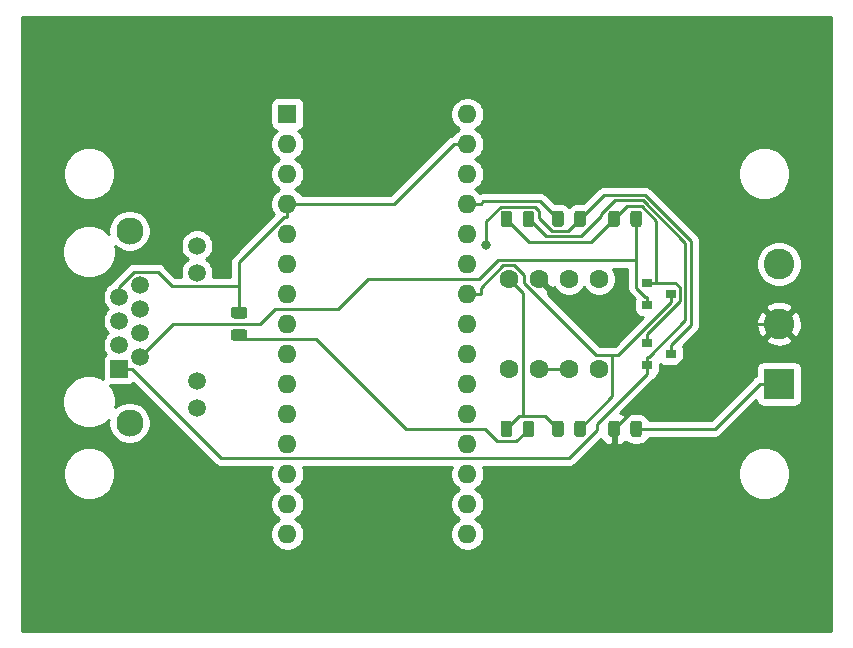
<source format=gbr>
%TF.GenerationSoftware,KiCad,Pcbnew,(5.1.6)-1*%
%TF.CreationDate,2020-09-23T17:10:44+08:00*%
%TF.ProjectId,Power Meter,506f7765-7220-44d6-9574-65722e6b6963,rev?*%
%TF.SameCoordinates,Original*%
%TF.FileFunction,Copper,L1,Top*%
%TF.FilePolarity,Positive*%
%FSLAX46Y46*%
G04 Gerber Fmt 4.6, Leading zero omitted, Abs format (unit mm)*
G04 Created by KiCad (PCBNEW (5.1.6)-1) date 2020-09-23 17:10:44*
%MOMM*%
%LPD*%
G01*
G04 APERTURE LIST*
%TA.AperFunction,ComponentPad*%
%ADD10O,1.600000X1.600000*%
%TD*%
%TA.AperFunction,ComponentPad*%
%ADD11R,1.600000X1.600000*%
%TD*%
%TA.AperFunction,ComponentPad*%
%ADD12R,1.500000X1.500000*%
%TD*%
%TA.AperFunction,ComponentPad*%
%ADD13C,1.500000*%
%TD*%
%TA.AperFunction,ComponentPad*%
%ADD14C,2.300000*%
%TD*%
%TA.AperFunction,ComponentPad*%
%ADD15R,2.600000X2.600000*%
%TD*%
%TA.AperFunction,ComponentPad*%
%ADD16C,2.600000*%
%TD*%
%TA.AperFunction,SMDPad,CuDef*%
%ADD17R,0.900000X0.800000*%
%TD*%
%TA.AperFunction,ComponentPad*%
%ADD18C,1.600200*%
%TD*%
%TA.AperFunction,ViaPad*%
%ADD19C,0.800000*%
%TD*%
%TA.AperFunction,Conductor*%
%ADD20C,0.250000*%
%TD*%
%TA.AperFunction,Conductor*%
%ADD21C,0.254000*%
%TD*%
G04 APERTURE END LIST*
D10*
%TO.P,A1,16*%
%TO.N,Net-(A1-Pad16)*%
X162845000Y-110490000D03*
%TO.P,A1,15*%
%TO.N,Net-(A1-Pad15)*%
X147605000Y-110490000D03*
%TO.P,A1,30*%
%TO.N,Net-(A1-Pad30)*%
X162845000Y-74930000D03*
%TO.P,A1,14*%
%TO.N,Net-(A1-Pad14)*%
X147605000Y-107950000D03*
%TO.P,A1,29*%
%TO.N,GND*%
X162845000Y-77470000D03*
%TO.P,A1,13*%
%TO.N,Net-(A1-Pad13)*%
X147605000Y-105410000D03*
%TO.P,A1,28*%
%TO.N,Net-(A1-Pad28)*%
X162845000Y-80010000D03*
%TO.P,A1,12*%
%TO.N,D9_TX*%
X147605000Y-102870000D03*
%TO.P,A1,27*%
%TO.N,+5V*%
X162845000Y-82550000D03*
%TO.P,A1,11*%
%TO.N,D8_RX*%
X147605000Y-100330000D03*
%TO.P,A1,26*%
%TO.N,Net-(A1-Pad26)*%
X162845000Y-85090000D03*
%TO.P,A1,10*%
%TO.N,Net-(A1-Pad10)*%
X147605000Y-97790000D03*
%TO.P,A1,25*%
%TO.N,Net-(A1-Pad25)*%
X162845000Y-87630000D03*
%TO.P,A1,9*%
%TO.N,Net-(A1-Pad9)*%
X147605000Y-95250000D03*
%TO.P,A1,24*%
%TO.N,SCL-HV*%
X162845000Y-90170000D03*
%TO.P,A1,8*%
%TO.N,DE*%
X147605000Y-92710000D03*
%TO.P,A1,23*%
%TO.N,SDA-HV*%
X162845000Y-92710000D03*
%TO.P,A1,7*%
%TO.N,DI*%
X147605000Y-90170000D03*
%TO.P,A1,22*%
%TO.N,Net-(A1-Pad22)*%
X162845000Y-95250000D03*
%TO.P,A1,6*%
%TO.N,RO*%
X147605000Y-87630000D03*
%TO.P,A1,21*%
%TO.N,Net-(A1-Pad21)*%
X162845000Y-97790000D03*
%TO.P,A1,5*%
%TO.N,Net-(A1-Pad5)*%
X147605000Y-85090000D03*
%TO.P,A1,20*%
%TO.N,Net-(A1-Pad20)*%
X162845000Y-100330000D03*
%TO.P,A1,4*%
%TO.N,GND*%
X147605000Y-82550000D03*
%TO.P,A1,19*%
%TO.N,Net-(A1-Pad19)*%
X162845000Y-102870000D03*
%TO.P,A1,3*%
%TO.N,Net-(A1-Pad3)*%
X147605000Y-80010000D03*
%TO.P,A1,18*%
%TO.N,Net-(A1-Pad18)*%
X162845000Y-105410000D03*
%TO.P,A1,2*%
%TO.N,Net-(A1-Pad2)*%
X147605000Y-77470000D03*
%TO.P,A1,17*%
%TO.N,Net-(A1-Pad17)*%
X162845000Y-107950000D03*
D11*
%TO.P,A1,1*%
%TO.N,Net-(A1-Pad1)*%
X147605000Y-74930000D03*
%TD*%
%TO.P,D1,1*%
%TO.N,GND*%
%TA.AperFunction,SMDPad,CuDef*%
G36*
G01*
X143053750Y-91285000D02*
X143966250Y-91285000D01*
G75*
G02*
X144210000Y-91528750I0J-243750D01*
G01*
X144210000Y-92016250D01*
G75*
G02*
X143966250Y-92260000I-243750J0D01*
G01*
X143053750Y-92260000D01*
G75*
G02*
X142810000Y-92016250I0J243750D01*
G01*
X142810000Y-91528750D01*
G75*
G02*
X143053750Y-91285000I243750J0D01*
G01*
G37*
%TD.AperFunction*%
%TO.P,D1,2*%
%TO.N,Net-(D1-Pad2)*%
%TA.AperFunction,SMDPad,CuDef*%
G36*
G01*
X143053750Y-93160000D02*
X143966250Y-93160000D01*
G75*
G02*
X144210000Y-93403750I0J-243750D01*
G01*
X144210000Y-93891250D01*
G75*
G02*
X143966250Y-94135000I-243750J0D01*
G01*
X143053750Y-94135000D01*
G75*
G02*
X142810000Y-93891250I0J243750D01*
G01*
X142810000Y-93403750D01*
G75*
G02*
X143053750Y-93160000I243750J0D01*
G01*
G37*
%TD.AperFunction*%
%TD*%
D12*
%TO.P,J1,1*%
%TO.N,SDA-LV*%
X133350000Y-96520000D03*
D13*
%TO.P,J1,3*%
%TO.N,D8_RX*%
X133350000Y-94488000D03*
%TO.P,J1,5*%
%TO.N,GND*%
X133350000Y-92456000D03*
%TO.P,J1,7*%
X133350000Y-90424000D03*
%TO.P,J1,2*%
%TO.N,SCL-LV*%
X135130000Y-95504000D03*
%TO.P,J1,4*%
%TO.N,+5V*%
X135130000Y-93472000D03*
%TO.P,J1,6*%
%TO.N,D9_TX*%
X135130000Y-91440000D03*
%TO.P,J1,8*%
%TO.N,+3.3VADC*%
X135130000Y-89408000D03*
D14*
%TO.P,J1,SH*%
%TO.N,N/C*%
X134240000Y-84830000D03*
X134240000Y-101090000D03*
D13*
%TO.P,J1,9*%
%TO.N,Net-(J1-Pad9)*%
X139950000Y-99820000D03*
%TO.P,J1,10*%
%TO.N,Net-(J1-Pad10)*%
X139950000Y-97530000D03*
%TO.P,J1,11*%
%TO.N,Net-(J1-Pad11)*%
X139950000Y-88390000D03*
%TO.P,J1,12*%
%TO.N,Net-(J1-Pad12)*%
X139950000Y-86100000D03*
%TD*%
D15*
%TO.P,J2,1*%
%TO.N,Net-(J2-Pad1)*%
X189230000Y-97790000D03*
D16*
%TO.P,J2,2*%
%TO.N,Net-(J2-Pad2)*%
X189230000Y-92710000D03*
%TO.P,J2,3*%
%TO.N,GND*%
X189230000Y-87630000D03*
%TD*%
D17*
%TO.P,Q1,1*%
%TO.N,+3V3*%
X178070000Y-94300000D03*
%TO.P,Q1,2*%
%TO.N,SDA-LV*%
X178070000Y-96200000D03*
%TO.P,Q1,3*%
%TO.N,SDA-HV*%
X180070000Y-95250000D03*
%TD*%
%TO.P,Q2,3*%
%TO.N,SCL-HV*%
X180070000Y-90170000D03*
%TO.P,Q2,2*%
%TO.N,SCL-LV*%
X178070000Y-91120000D03*
%TO.P,Q2,1*%
%TO.N,+3V3*%
X178070000Y-89220000D03*
%TD*%
%TO.P,R1,1*%
%TO.N,+3V3*%
%TA.AperFunction,SMDPad,CuDef*%
G36*
G01*
X165660000Y-84276250D02*
X165660000Y-83363750D01*
G75*
G02*
X165903750Y-83120000I243750J0D01*
G01*
X166391250Y-83120000D01*
G75*
G02*
X166635000Y-83363750I0J-243750D01*
G01*
X166635000Y-84276250D01*
G75*
G02*
X166391250Y-84520000I-243750J0D01*
G01*
X165903750Y-84520000D01*
G75*
G02*
X165660000Y-84276250I0J243750D01*
G01*
G37*
%TD.AperFunction*%
%TO.P,R1,2*%
%TO.N,SDA-LV*%
%TA.AperFunction,SMDPad,CuDef*%
G36*
G01*
X167535000Y-84276250D02*
X167535000Y-83363750D01*
G75*
G02*
X167778750Y-83120000I243750J0D01*
G01*
X168266250Y-83120000D01*
G75*
G02*
X168510000Y-83363750I0J-243750D01*
G01*
X168510000Y-84276250D01*
G75*
G02*
X168266250Y-84520000I-243750J0D01*
G01*
X167778750Y-84520000D01*
G75*
G02*
X167535000Y-84276250I0J243750D01*
G01*
G37*
%TD.AperFunction*%
%TD*%
%TO.P,R2,2*%
%TO.N,SDA-HV*%
%TA.AperFunction,SMDPad,CuDef*%
G36*
G01*
X171900000Y-84276250D02*
X171900000Y-83363750D01*
G75*
G02*
X172143750Y-83120000I243750J0D01*
G01*
X172631250Y-83120000D01*
G75*
G02*
X172875000Y-83363750I0J-243750D01*
G01*
X172875000Y-84276250D01*
G75*
G02*
X172631250Y-84520000I-243750J0D01*
G01*
X172143750Y-84520000D01*
G75*
G02*
X171900000Y-84276250I0J243750D01*
G01*
G37*
%TD.AperFunction*%
%TO.P,R2,1*%
%TO.N,+5V*%
%TA.AperFunction,SMDPad,CuDef*%
G36*
G01*
X170025000Y-84276250D02*
X170025000Y-83363750D01*
G75*
G02*
X170268750Y-83120000I243750J0D01*
G01*
X170756250Y-83120000D01*
G75*
G02*
X171000000Y-83363750I0J-243750D01*
G01*
X171000000Y-84276250D01*
G75*
G02*
X170756250Y-84520000I-243750J0D01*
G01*
X170268750Y-84520000D01*
G75*
G02*
X170025000Y-84276250I0J243750D01*
G01*
G37*
%TD.AperFunction*%
%TD*%
%TO.P,R3,1*%
%TO.N,+3V3*%
%TA.AperFunction,SMDPad,CuDef*%
G36*
G01*
X174773000Y-84276250D02*
X174773000Y-83363750D01*
G75*
G02*
X175016750Y-83120000I243750J0D01*
G01*
X175504250Y-83120000D01*
G75*
G02*
X175748000Y-83363750I0J-243750D01*
G01*
X175748000Y-84276250D01*
G75*
G02*
X175504250Y-84520000I-243750J0D01*
G01*
X175016750Y-84520000D01*
G75*
G02*
X174773000Y-84276250I0J243750D01*
G01*
G37*
%TD.AperFunction*%
%TO.P,R3,2*%
%TO.N,SCL-LV*%
%TA.AperFunction,SMDPad,CuDef*%
G36*
G01*
X176648000Y-84276250D02*
X176648000Y-83363750D01*
G75*
G02*
X176891750Y-83120000I243750J0D01*
G01*
X177379250Y-83120000D01*
G75*
G02*
X177623000Y-83363750I0J-243750D01*
G01*
X177623000Y-84276250D01*
G75*
G02*
X177379250Y-84520000I-243750J0D01*
G01*
X176891750Y-84520000D01*
G75*
G02*
X176648000Y-84276250I0J243750D01*
G01*
G37*
%TD.AperFunction*%
%TD*%
%TO.P,R4,2*%
%TO.N,Net-(D1-Pad2)*%
%TA.AperFunction,SMDPad,CuDef*%
G36*
G01*
X167535000Y-102056250D02*
X167535000Y-101143750D01*
G75*
G02*
X167778750Y-100900000I243750J0D01*
G01*
X168266250Y-100900000D01*
G75*
G02*
X168510000Y-101143750I0J-243750D01*
G01*
X168510000Y-102056250D01*
G75*
G02*
X168266250Y-102300000I-243750J0D01*
G01*
X167778750Y-102300000D01*
G75*
G02*
X167535000Y-102056250I0J243750D01*
G01*
G37*
%TD.AperFunction*%
%TO.P,R4,1*%
%TO.N,+5V*%
%TA.AperFunction,SMDPad,CuDef*%
G36*
G01*
X165660000Y-102056250D02*
X165660000Y-101143750D01*
G75*
G02*
X165903750Y-100900000I243750J0D01*
G01*
X166391250Y-100900000D01*
G75*
G02*
X166635000Y-101143750I0J-243750D01*
G01*
X166635000Y-102056250D01*
G75*
G02*
X166391250Y-102300000I-243750J0D01*
G01*
X165903750Y-102300000D01*
G75*
G02*
X165660000Y-102056250I0J243750D01*
G01*
G37*
%TD.AperFunction*%
%TD*%
%TO.P,R5,2*%
%TO.N,SCL-HV*%
%TA.AperFunction,SMDPad,CuDef*%
G36*
G01*
X171900000Y-102056250D02*
X171900000Y-101143750D01*
G75*
G02*
X172143750Y-100900000I243750J0D01*
G01*
X172631250Y-100900000D01*
G75*
G02*
X172875000Y-101143750I0J-243750D01*
G01*
X172875000Y-102056250D01*
G75*
G02*
X172631250Y-102300000I-243750J0D01*
G01*
X172143750Y-102300000D01*
G75*
G02*
X171900000Y-102056250I0J243750D01*
G01*
G37*
%TD.AperFunction*%
%TO.P,R5,1*%
%TO.N,+5V*%
%TA.AperFunction,SMDPad,CuDef*%
G36*
G01*
X170025000Y-102056250D02*
X170025000Y-101143750D01*
G75*
G02*
X170268750Y-100900000I243750J0D01*
G01*
X170756250Y-100900000D01*
G75*
G02*
X171000000Y-101143750I0J-243750D01*
G01*
X171000000Y-102056250D01*
G75*
G02*
X170756250Y-102300000I-243750J0D01*
G01*
X170268750Y-102300000D01*
G75*
G02*
X170025000Y-102056250I0J243750D01*
G01*
G37*
%TD.AperFunction*%
%TD*%
%TO.P,R6,1*%
%TO.N,Net-(J2-Pad2)*%
%TA.AperFunction,SMDPad,CuDef*%
G36*
G01*
X174773000Y-102056250D02*
X174773000Y-101143750D01*
G75*
G02*
X175016750Y-100900000I243750J0D01*
G01*
X175504250Y-100900000D01*
G75*
G02*
X175748000Y-101143750I0J-243750D01*
G01*
X175748000Y-102056250D01*
G75*
G02*
X175504250Y-102300000I-243750J0D01*
G01*
X175016750Y-102300000D01*
G75*
G02*
X174773000Y-102056250I0J243750D01*
G01*
G37*
%TD.AperFunction*%
%TO.P,R6,2*%
%TO.N,Net-(J2-Pad1)*%
%TA.AperFunction,SMDPad,CuDef*%
G36*
G01*
X176648000Y-102056250D02*
X176648000Y-101143750D01*
G75*
G02*
X176891750Y-100900000I243750J0D01*
G01*
X177379250Y-100900000D01*
G75*
G02*
X177623000Y-101143750I0J-243750D01*
G01*
X177623000Y-102056250D01*
G75*
G02*
X177379250Y-102300000I-243750J0D01*
G01*
X176891750Y-102300000D01*
G75*
G02*
X176648000Y-102056250I0J243750D01*
G01*
G37*
%TD.AperFunction*%
%TD*%
D18*
%TO.P,U1,1*%
%TO.N,D3*%
X166370000Y-96520000D03*
%TO.P,U1,2*%
%TO.N,D8*%
X168910000Y-96520000D03*
%TO.P,U1,3*%
X171450000Y-96520000D03*
%TO.P,U1,4*%
%TO.N,D4*%
X173990000Y-96520000D03*
%TO.P,U1,5*%
%TO.N,GND*%
X173990000Y-88900000D03*
%TO.P,U1,6*%
%TO.N,Net-(J2-Pad1)*%
X171450000Y-88900000D03*
%TO.P,U1,7*%
%TO.N,Net-(J2-Pad2)*%
X168910000Y-88900000D03*
%TO.P,U1,8*%
%TO.N,+5V*%
X166370000Y-88900000D03*
%TD*%
D19*
%TO.N,SDA-HV*%
X164400100Y-85993500D03*
%TD*%
D20*
%TO.N,GND*%
X143510000Y-89474600D02*
X143510000Y-91772500D01*
X147605000Y-83675300D02*
X147323700Y-83675300D01*
X147323700Y-83675300D02*
X143510000Y-87489000D01*
X143510000Y-87489000D02*
X143510000Y-89474600D01*
X133350000Y-90424000D02*
X133350000Y-89576000D01*
X133350000Y-89576000D02*
X134626700Y-88299300D01*
X134626700Y-88299300D02*
X136622900Y-88299300D01*
X136622900Y-88299300D02*
X137798200Y-89474600D01*
X137798200Y-89474600D02*
X143510000Y-89474600D01*
X147605000Y-82550000D02*
X147605000Y-83675300D01*
X161719700Y-77470000D02*
X156639700Y-82550000D01*
X156639700Y-82550000D02*
X147605000Y-82550000D01*
X162845000Y-77470000D02*
X161719700Y-77470000D01*
%TO.N,SDA-HV*%
X172387500Y-83820000D02*
X171347300Y-84860200D01*
X171347300Y-84860200D02*
X170036400Y-84860200D01*
X170036400Y-84860200D02*
X168924000Y-83747800D01*
X168924000Y-83747800D02*
X168924000Y-83148800D01*
X168924000Y-83148800D02*
X168550300Y-82775100D01*
X168550300Y-82775100D02*
X165652500Y-82775100D01*
X165652500Y-82775100D02*
X164400100Y-84027500D01*
X164400100Y-84027500D02*
X164400100Y-85993500D01*
X180070000Y-94524700D02*
X181760400Y-92834300D01*
X181760400Y-92834300D02*
X181760400Y-85660100D01*
X181760400Y-85660100D02*
X177911100Y-81810800D01*
X177911100Y-81810800D02*
X174396700Y-81810800D01*
X174396700Y-81810800D02*
X172387500Y-83820000D01*
X180070000Y-95250000D02*
X180070000Y-94524700D01*
%TO.N,SCL-HV*%
X180070000Y-90170000D02*
X180070000Y-90895300D01*
X175129500Y-95334000D02*
X173746300Y-95334000D01*
X173746300Y-95334000D02*
X167640000Y-89227700D01*
X167640000Y-89227700D02*
X167640000Y-88557200D01*
X167640000Y-88557200D02*
X166831300Y-87748500D01*
X166831300Y-87748500D02*
X165889600Y-87748500D01*
X165889600Y-87748500D02*
X163970300Y-89667800D01*
X163970300Y-89667800D02*
X163970300Y-90170000D01*
X180070000Y-90895300D02*
X175631300Y-95334000D01*
X175631300Y-95334000D02*
X175129500Y-95334000D01*
X172387500Y-101600000D02*
X175129500Y-98858000D01*
X175129500Y-98858000D02*
X175129500Y-95334000D01*
X162845000Y-90170000D02*
X163970300Y-90170000D01*
%TO.N,+5V*%
X170512500Y-83820000D02*
X169017300Y-82324800D01*
X169017300Y-82324800D02*
X164195500Y-82324800D01*
X164195500Y-82324800D02*
X163970300Y-82550000D01*
X162845000Y-82550000D02*
X163970300Y-82550000D01*
X167531400Y-100542000D02*
X167205500Y-100542000D01*
X167205500Y-100542000D02*
X166147500Y-101600000D01*
X170512500Y-101600000D02*
X169454500Y-100542000D01*
X169454500Y-100542000D02*
X167531400Y-100542000D01*
X166370000Y-88900000D02*
X167531400Y-90061400D01*
X167531400Y-90061400D02*
X167531400Y-100542000D01*
%TO.N,Net-(D1-Pad2)*%
X168022500Y-101600000D02*
X166993200Y-102629300D01*
X166993200Y-102629300D02*
X165382700Y-102629300D01*
X165382700Y-102629300D02*
X164353400Y-101600000D01*
X164353400Y-101600000D02*
X157684800Y-101600000D01*
X157684800Y-101600000D02*
X150064800Y-93980000D01*
X150064800Y-93980000D02*
X143842500Y-93980000D01*
X143842500Y-93980000D02*
X143510000Y-93647500D01*
%TO.N,SDA-LV*%
X168022500Y-83820000D02*
X169513000Y-85310500D01*
X169513000Y-85310500D02*
X172458600Y-85310500D01*
X172458600Y-85310500D02*
X174191000Y-83578100D01*
X174191000Y-83578100D02*
X174191000Y-83381900D01*
X174191000Y-83381900D02*
X175311700Y-82261200D01*
X175311700Y-82261200D02*
X177724600Y-82261200D01*
X177724600Y-82261200D02*
X181310000Y-85846600D01*
X181310000Y-85846600D02*
X181310000Y-92416000D01*
X181310000Y-92416000D02*
X178251300Y-95474700D01*
X178251300Y-95474700D02*
X178070000Y-95474700D01*
X178070000Y-96200000D02*
X178070000Y-95474700D01*
X133350000Y-96520000D02*
X134425300Y-96520000D01*
X178070000Y-96200000D02*
X178070000Y-96925300D01*
X178070000Y-96925300D02*
X173824000Y-101171300D01*
X173824000Y-101171300D02*
X173824000Y-101687900D01*
X173824000Y-101687900D02*
X171473200Y-104038700D01*
X171473200Y-104038700D02*
X141944000Y-104038700D01*
X141944000Y-104038700D02*
X134425300Y-96520000D01*
%TO.N,SCL-LV*%
X177135500Y-87298100D02*
X165461100Y-87298100D01*
X165461100Y-87298100D02*
X163859200Y-88900000D01*
X163859200Y-88900000D02*
X154399200Y-88900000D01*
X154399200Y-88900000D02*
X151859200Y-91440000D01*
X151859200Y-91440000D02*
X146552700Y-91440000D01*
X146552700Y-91440000D02*
X145282700Y-92710000D01*
X145282700Y-92710000D02*
X137924000Y-92710000D01*
X137924000Y-92710000D02*
X135130000Y-95504000D01*
X177135500Y-87298100D02*
X177135500Y-83820000D01*
X178070000Y-90394700D02*
X177888700Y-90394700D01*
X177888700Y-90394700D02*
X177135500Y-89641500D01*
X177135500Y-89641500D02*
X177135500Y-87298100D01*
X178070000Y-91120000D02*
X178070000Y-90394700D01*
%TO.N,Net-(J2-Pad1)*%
X189230000Y-97790000D02*
X187604700Y-97790000D01*
X177135500Y-101600000D02*
X183794700Y-101600000D01*
X183794700Y-101600000D02*
X187604700Y-97790000D01*
%TO.N,Net-(J2-Pad2)*%
X189230000Y-92710000D02*
X184150500Y-92710000D01*
X184150500Y-92710000D02*
X175260500Y-101600000D01*
%TO.N,+3V3*%
X166147500Y-83820000D02*
X168088300Y-85760800D01*
X168088300Y-85760800D02*
X173319700Y-85760800D01*
X173319700Y-85760800D02*
X175260500Y-83820000D01*
X178845300Y-89220000D02*
X178845300Y-84018800D01*
X178845300Y-84018800D02*
X177589100Y-82762600D01*
X177589100Y-82762600D02*
X176317900Y-82762600D01*
X176317900Y-82762600D02*
X175260500Y-83820000D01*
X178845300Y-89220000D02*
X180450600Y-89220000D01*
X180450600Y-89220000D02*
X180845400Y-89614800D01*
X180845400Y-89614800D02*
X180845400Y-90799300D01*
X180845400Y-90799300D02*
X178070000Y-93574700D01*
X178070000Y-89220000D02*
X178845300Y-89220000D01*
X178070000Y-94300000D02*
X178070000Y-93574700D01*
%TO.N,D8*%
X171450000Y-96520000D02*
X168910000Y-96520000D01*
%TD*%
D21*
%TO.N,Net-(J2-Pad2)*%
G36*
X193650000Y-68612418D02*
G01*
X193650001Y-68612428D01*
X193650000Y-118720000D01*
X125120000Y-118720000D01*
X125120000Y-105189872D01*
X128575000Y-105189872D01*
X128575000Y-105630128D01*
X128660890Y-106061925D01*
X128829369Y-106468669D01*
X129073962Y-106834729D01*
X129385271Y-107146038D01*
X129751331Y-107390631D01*
X130158075Y-107559110D01*
X130589872Y-107645000D01*
X131030128Y-107645000D01*
X131461925Y-107559110D01*
X131868669Y-107390631D01*
X132234729Y-107146038D01*
X132546038Y-106834729D01*
X132790631Y-106468669D01*
X132959110Y-106061925D01*
X133045000Y-105630128D01*
X133045000Y-105189872D01*
X132959110Y-104758075D01*
X132790631Y-104351331D01*
X132546038Y-103985271D01*
X132234729Y-103673962D01*
X131868669Y-103429369D01*
X131461925Y-103260890D01*
X131030128Y-103175000D01*
X130589872Y-103175000D01*
X130158075Y-103260890D01*
X129751331Y-103429369D01*
X129385271Y-103673962D01*
X129073962Y-103985271D01*
X128829369Y-104351331D01*
X128660890Y-104758075D01*
X128575000Y-105189872D01*
X125120000Y-105189872D01*
X125120000Y-99087409D01*
X128550000Y-99087409D01*
X128550000Y-99532591D01*
X128636851Y-99969218D01*
X128807214Y-100380511D01*
X129054544Y-100750666D01*
X129369334Y-101065456D01*
X129739489Y-101312786D01*
X130150782Y-101483149D01*
X130587409Y-101570000D01*
X131032591Y-101570000D01*
X131469218Y-101483149D01*
X131880511Y-101312786D01*
X132250666Y-101065456D01*
X132468178Y-100847944D01*
X132455000Y-100914193D01*
X132455000Y-101265807D01*
X132523596Y-101610665D01*
X132658153Y-101935515D01*
X132853500Y-102227871D01*
X133102129Y-102476500D01*
X133394485Y-102671847D01*
X133719335Y-102806404D01*
X134064193Y-102875000D01*
X134415807Y-102875000D01*
X134760665Y-102806404D01*
X135085515Y-102671847D01*
X135377871Y-102476500D01*
X135626500Y-102227871D01*
X135821847Y-101935515D01*
X135956404Y-101610665D01*
X136025000Y-101265807D01*
X136025000Y-100914193D01*
X135956404Y-100569335D01*
X135821847Y-100244485D01*
X135626500Y-99952129D01*
X135377871Y-99703500D01*
X135085515Y-99508153D01*
X134760665Y-99373596D01*
X134415807Y-99305000D01*
X134064193Y-99305000D01*
X133719335Y-99373596D01*
X133394485Y-99508153D01*
X133102129Y-99703500D01*
X133019585Y-99786044D01*
X133070000Y-99532591D01*
X133070000Y-99087409D01*
X132983149Y-98650782D01*
X132812786Y-98239489D01*
X132590730Y-97907159D01*
X132600000Y-97908072D01*
X134100000Y-97908072D01*
X134224482Y-97895812D01*
X134344180Y-97859502D01*
X134454494Y-97800537D01*
X134551185Y-97721185D01*
X134551410Y-97720911D01*
X141380201Y-104549703D01*
X141403999Y-104578701D01*
X141432997Y-104602499D01*
X141519724Y-104673674D01*
X141651753Y-104744246D01*
X141795014Y-104787703D01*
X141944000Y-104802377D01*
X141981333Y-104798700D01*
X146304977Y-104798700D01*
X146225147Y-104991426D01*
X146170000Y-105268665D01*
X146170000Y-105551335D01*
X146225147Y-105828574D01*
X146333320Y-106089727D01*
X146490363Y-106324759D01*
X146690241Y-106524637D01*
X146922759Y-106680000D01*
X146690241Y-106835363D01*
X146490363Y-107035241D01*
X146333320Y-107270273D01*
X146225147Y-107531426D01*
X146170000Y-107808665D01*
X146170000Y-108091335D01*
X146225147Y-108368574D01*
X146333320Y-108629727D01*
X146490363Y-108864759D01*
X146690241Y-109064637D01*
X146922759Y-109220000D01*
X146690241Y-109375363D01*
X146490363Y-109575241D01*
X146333320Y-109810273D01*
X146225147Y-110071426D01*
X146170000Y-110348665D01*
X146170000Y-110631335D01*
X146225147Y-110908574D01*
X146333320Y-111169727D01*
X146490363Y-111404759D01*
X146690241Y-111604637D01*
X146925273Y-111761680D01*
X147186426Y-111869853D01*
X147463665Y-111925000D01*
X147746335Y-111925000D01*
X148023574Y-111869853D01*
X148284727Y-111761680D01*
X148519759Y-111604637D01*
X148719637Y-111404759D01*
X148876680Y-111169727D01*
X148984853Y-110908574D01*
X149040000Y-110631335D01*
X149040000Y-110348665D01*
X148984853Y-110071426D01*
X148876680Y-109810273D01*
X148719637Y-109575241D01*
X148519759Y-109375363D01*
X148287241Y-109220000D01*
X148519759Y-109064637D01*
X148719637Y-108864759D01*
X148876680Y-108629727D01*
X148984853Y-108368574D01*
X149040000Y-108091335D01*
X149040000Y-107808665D01*
X148984853Y-107531426D01*
X148876680Y-107270273D01*
X148719637Y-107035241D01*
X148519759Y-106835363D01*
X148287241Y-106680000D01*
X148519759Y-106524637D01*
X148719637Y-106324759D01*
X148876680Y-106089727D01*
X148984853Y-105828574D01*
X149040000Y-105551335D01*
X149040000Y-105268665D01*
X148984853Y-104991426D01*
X148905023Y-104798700D01*
X161544977Y-104798700D01*
X161465147Y-104991426D01*
X161410000Y-105268665D01*
X161410000Y-105551335D01*
X161465147Y-105828574D01*
X161573320Y-106089727D01*
X161730363Y-106324759D01*
X161930241Y-106524637D01*
X162162759Y-106680000D01*
X161930241Y-106835363D01*
X161730363Y-107035241D01*
X161573320Y-107270273D01*
X161465147Y-107531426D01*
X161410000Y-107808665D01*
X161410000Y-108091335D01*
X161465147Y-108368574D01*
X161573320Y-108629727D01*
X161730363Y-108864759D01*
X161930241Y-109064637D01*
X162162759Y-109220000D01*
X161930241Y-109375363D01*
X161730363Y-109575241D01*
X161573320Y-109810273D01*
X161465147Y-110071426D01*
X161410000Y-110348665D01*
X161410000Y-110631335D01*
X161465147Y-110908574D01*
X161573320Y-111169727D01*
X161730363Y-111404759D01*
X161930241Y-111604637D01*
X162165273Y-111761680D01*
X162426426Y-111869853D01*
X162703665Y-111925000D01*
X162986335Y-111925000D01*
X163263574Y-111869853D01*
X163524727Y-111761680D01*
X163759759Y-111604637D01*
X163959637Y-111404759D01*
X164116680Y-111169727D01*
X164224853Y-110908574D01*
X164280000Y-110631335D01*
X164280000Y-110348665D01*
X164224853Y-110071426D01*
X164116680Y-109810273D01*
X163959637Y-109575241D01*
X163759759Y-109375363D01*
X163527241Y-109220000D01*
X163759759Y-109064637D01*
X163959637Y-108864759D01*
X164116680Y-108629727D01*
X164224853Y-108368574D01*
X164280000Y-108091335D01*
X164280000Y-107808665D01*
X164224853Y-107531426D01*
X164116680Y-107270273D01*
X163959637Y-107035241D01*
X163759759Y-106835363D01*
X163527241Y-106680000D01*
X163759759Y-106524637D01*
X163959637Y-106324759D01*
X164116680Y-106089727D01*
X164224853Y-105828574D01*
X164280000Y-105551335D01*
X164280000Y-105268665D01*
X164264327Y-105189872D01*
X185725000Y-105189872D01*
X185725000Y-105630128D01*
X185810890Y-106061925D01*
X185979369Y-106468669D01*
X186223962Y-106834729D01*
X186535271Y-107146038D01*
X186901331Y-107390631D01*
X187308075Y-107559110D01*
X187739872Y-107645000D01*
X188180128Y-107645000D01*
X188611925Y-107559110D01*
X189018669Y-107390631D01*
X189384729Y-107146038D01*
X189696038Y-106834729D01*
X189940631Y-106468669D01*
X190109110Y-106061925D01*
X190195000Y-105630128D01*
X190195000Y-105189872D01*
X190109110Y-104758075D01*
X189940631Y-104351331D01*
X189696038Y-103985271D01*
X189384729Y-103673962D01*
X189018669Y-103429369D01*
X188611925Y-103260890D01*
X188180128Y-103175000D01*
X187739872Y-103175000D01*
X187308075Y-103260890D01*
X186901331Y-103429369D01*
X186535271Y-103673962D01*
X186223962Y-103985271D01*
X185979369Y-104351331D01*
X185810890Y-104758075D01*
X185725000Y-105189872D01*
X164264327Y-105189872D01*
X164224853Y-104991426D01*
X164145023Y-104798700D01*
X171435878Y-104798700D01*
X171473200Y-104802376D01*
X171510522Y-104798700D01*
X171510533Y-104798700D01*
X171622186Y-104787703D01*
X171765447Y-104744246D01*
X171897476Y-104673674D01*
X172013201Y-104578701D01*
X172037004Y-104549697D01*
X174150687Y-102436015D01*
X174183498Y-102544180D01*
X174242463Y-102654494D01*
X174321815Y-102751185D01*
X174418506Y-102830537D01*
X174528820Y-102889502D01*
X174648518Y-102925812D01*
X174773000Y-102938072D01*
X174974750Y-102935000D01*
X175133500Y-102776250D01*
X175133500Y-101727000D01*
X175113500Y-101727000D01*
X175113500Y-101473000D01*
X175133500Y-101473000D01*
X175133500Y-101453000D01*
X175387500Y-101453000D01*
X175387500Y-101473000D01*
X175407500Y-101473000D01*
X175407500Y-101727000D01*
X175387500Y-101727000D01*
X175387500Y-102776250D01*
X175546250Y-102935000D01*
X175748000Y-102938072D01*
X175872482Y-102925812D01*
X175992180Y-102889502D01*
X176102494Y-102830537D01*
X176199185Y-102751185D01*
X176262992Y-102673436D01*
X176268208Y-102679792D01*
X176401836Y-102789458D01*
X176554291Y-102870947D01*
X176719715Y-102921128D01*
X176891750Y-102938072D01*
X177379250Y-102938072D01*
X177551285Y-102921128D01*
X177716709Y-102870947D01*
X177869164Y-102789458D01*
X178002792Y-102679792D01*
X178112458Y-102546164D01*
X178193947Y-102393709D01*
X178204173Y-102360000D01*
X183757378Y-102360000D01*
X183794700Y-102363676D01*
X183832022Y-102360000D01*
X183832033Y-102360000D01*
X183943686Y-102349003D01*
X184086947Y-102305546D01*
X184218976Y-102234974D01*
X184334701Y-102140001D01*
X184358504Y-102110997D01*
X187299780Y-99169722D01*
X187304188Y-99214482D01*
X187340498Y-99334180D01*
X187399463Y-99444494D01*
X187478815Y-99541185D01*
X187575506Y-99620537D01*
X187685820Y-99679502D01*
X187805518Y-99715812D01*
X187930000Y-99728072D01*
X190530000Y-99728072D01*
X190654482Y-99715812D01*
X190774180Y-99679502D01*
X190884494Y-99620537D01*
X190981185Y-99541185D01*
X191060537Y-99444494D01*
X191119502Y-99334180D01*
X191155812Y-99214482D01*
X191168072Y-99090000D01*
X191168072Y-96490000D01*
X191155812Y-96365518D01*
X191119502Y-96245820D01*
X191060537Y-96135506D01*
X190981185Y-96038815D01*
X190884494Y-95959463D01*
X190774180Y-95900498D01*
X190654482Y-95864188D01*
X190530000Y-95851928D01*
X187930000Y-95851928D01*
X187805518Y-95864188D01*
X187685820Y-95900498D01*
X187575506Y-95959463D01*
X187478815Y-96038815D01*
X187399463Y-96135506D01*
X187340498Y-96245820D01*
X187304188Y-96365518D01*
X187291928Y-96490000D01*
X187291928Y-97095425D01*
X187180424Y-97155026D01*
X187064699Y-97249999D01*
X187040901Y-97278997D01*
X183479899Y-100840000D01*
X178204173Y-100840000D01*
X178193947Y-100806291D01*
X178112458Y-100653836D01*
X178002792Y-100520208D01*
X177869164Y-100410542D01*
X177716709Y-100329053D01*
X177551285Y-100278872D01*
X177379250Y-100261928D01*
X176891750Y-100261928D01*
X176719715Y-100278872D01*
X176554291Y-100329053D01*
X176401836Y-100410542D01*
X176268208Y-100520208D01*
X176262992Y-100526564D01*
X176199185Y-100448815D01*
X176102494Y-100369463D01*
X175992180Y-100310498D01*
X175872482Y-100274188D01*
X175802778Y-100267323D01*
X178581003Y-97489099D01*
X178610001Y-97465301D01*
X178704974Y-97349576D01*
X178775546Y-97217547D01*
X178787899Y-97176824D01*
X178874494Y-97130537D01*
X178971185Y-97051185D01*
X179050537Y-96954494D01*
X179109502Y-96844180D01*
X179145812Y-96724482D01*
X179158072Y-96600000D01*
X179158072Y-96088095D01*
X179168815Y-96101185D01*
X179265506Y-96180537D01*
X179375820Y-96239502D01*
X179495518Y-96275812D01*
X179620000Y-96288072D01*
X180520000Y-96288072D01*
X180644482Y-96275812D01*
X180764180Y-96239502D01*
X180874494Y-96180537D01*
X180971185Y-96101185D01*
X181050537Y-96004494D01*
X181109502Y-95894180D01*
X181145812Y-95774482D01*
X181158072Y-95650000D01*
X181158072Y-94850000D01*
X181145812Y-94725518D01*
X181109502Y-94605820D01*
X181093541Y-94575960D01*
X181610277Y-94059224D01*
X188060381Y-94059224D01*
X188192317Y-94354312D01*
X188533045Y-94525159D01*
X188900557Y-94626250D01*
X189280729Y-94653701D01*
X189658951Y-94606457D01*
X190020690Y-94486333D01*
X190267683Y-94354312D01*
X190399619Y-94059224D01*
X189230000Y-92889605D01*
X188060381Y-94059224D01*
X181610277Y-94059224D01*
X182271404Y-93398098D01*
X182300401Y-93374301D01*
X182395374Y-93258576D01*
X182465946Y-93126547D01*
X182509403Y-92983286D01*
X182520400Y-92871633D01*
X182520400Y-92871632D01*
X182524077Y-92834300D01*
X182520400Y-92796967D01*
X182520400Y-92760729D01*
X187286299Y-92760729D01*
X187333543Y-93138951D01*
X187453667Y-93500690D01*
X187585688Y-93747683D01*
X187880776Y-93879619D01*
X189050395Y-92710000D01*
X189409605Y-92710000D01*
X190579224Y-93879619D01*
X190874312Y-93747683D01*
X191045159Y-93406955D01*
X191146250Y-93039443D01*
X191173701Y-92659271D01*
X191126457Y-92281049D01*
X191006333Y-91919310D01*
X190874312Y-91672317D01*
X190579224Y-91540381D01*
X189409605Y-92710000D01*
X189050395Y-92710000D01*
X187880776Y-91540381D01*
X187585688Y-91672317D01*
X187414841Y-92013045D01*
X187313750Y-92380557D01*
X187286299Y-92760729D01*
X182520400Y-92760729D01*
X182520400Y-91360776D01*
X188060381Y-91360776D01*
X189230000Y-92530395D01*
X190399619Y-91360776D01*
X190267683Y-91065688D01*
X189926955Y-90894841D01*
X189559443Y-90793750D01*
X189179271Y-90766299D01*
X188801049Y-90813543D01*
X188439310Y-90933667D01*
X188192317Y-91065688D01*
X188060381Y-91360776D01*
X182520400Y-91360776D01*
X182520400Y-87439419D01*
X187295000Y-87439419D01*
X187295000Y-87820581D01*
X187369361Y-88194419D01*
X187515225Y-88546566D01*
X187726987Y-88863491D01*
X187996509Y-89133013D01*
X188313434Y-89344775D01*
X188665581Y-89490639D01*
X189039419Y-89565000D01*
X189420581Y-89565000D01*
X189794419Y-89490639D01*
X190146566Y-89344775D01*
X190463491Y-89133013D01*
X190733013Y-88863491D01*
X190944775Y-88546566D01*
X191090639Y-88194419D01*
X191165000Y-87820581D01*
X191165000Y-87439419D01*
X191090639Y-87065581D01*
X190944775Y-86713434D01*
X190733013Y-86396509D01*
X190463491Y-86126987D01*
X190146566Y-85915225D01*
X189794419Y-85769361D01*
X189420581Y-85695000D01*
X189039419Y-85695000D01*
X188665581Y-85769361D01*
X188313434Y-85915225D01*
X187996509Y-86126987D01*
X187726987Y-86396509D01*
X187515225Y-86713434D01*
X187369361Y-87065581D01*
X187295000Y-87439419D01*
X182520400Y-87439419D01*
X182520400Y-85697422D01*
X182524076Y-85660099D01*
X182520400Y-85622776D01*
X182520400Y-85622767D01*
X182509403Y-85511114D01*
X182465946Y-85367853D01*
X182395374Y-85235824D01*
X182300401Y-85120099D01*
X182271403Y-85096301D01*
X178474904Y-81299803D01*
X178451101Y-81270799D01*
X178335376Y-81175826D01*
X178203347Y-81105254D01*
X178060086Y-81061797D01*
X177948433Y-81050800D01*
X177948422Y-81050800D01*
X177911100Y-81047124D01*
X177873778Y-81050800D01*
X174434023Y-81050800D01*
X174396700Y-81047124D01*
X174359377Y-81050800D01*
X174359367Y-81050800D01*
X174247714Y-81061797D01*
X174104453Y-81105254D01*
X173972423Y-81175826D01*
X173888783Y-81244468D01*
X173856699Y-81270799D01*
X173832901Y-81299797D01*
X172649020Y-82483678D01*
X172631250Y-82481928D01*
X172143750Y-82481928D01*
X171971715Y-82498872D01*
X171806291Y-82549053D01*
X171653836Y-82630542D01*
X171520208Y-82740208D01*
X171450000Y-82825756D01*
X171379792Y-82740208D01*
X171246164Y-82630542D01*
X171093709Y-82549053D01*
X170928285Y-82498872D01*
X170756250Y-82481928D01*
X170268750Y-82481928D01*
X170250980Y-82483678D01*
X169581104Y-81813803D01*
X169557301Y-81784799D01*
X169441576Y-81689826D01*
X169309547Y-81619254D01*
X169166286Y-81575797D01*
X169054633Y-81564800D01*
X169054622Y-81564800D01*
X169017300Y-81561124D01*
X168979978Y-81564800D01*
X164232823Y-81564800D01*
X164195500Y-81561124D01*
X164158177Y-81564800D01*
X164158167Y-81564800D01*
X164046514Y-81575797D01*
X163934248Y-81609852D01*
X163759759Y-81435363D01*
X163527241Y-81280000D01*
X163759759Y-81124637D01*
X163959637Y-80924759D01*
X164116680Y-80689727D01*
X164224853Y-80428574D01*
X164280000Y-80151335D01*
X164280000Y-79868665D01*
X164264327Y-79789872D01*
X185725000Y-79789872D01*
X185725000Y-80230128D01*
X185810890Y-80661925D01*
X185979369Y-81068669D01*
X186223962Y-81434729D01*
X186535271Y-81746038D01*
X186901331Y-81990631D01*
X187308075Y-82159110D01*
X187739872Y-82245000D01*
X188180128Y-82245000D01*
X188611925Y-82159110D01*
X189018669Y-81990631D01*
X189384729Y-81746038D01*
X189696038Y-81434729D01*
X189940631Y-81068669D01*
X190109110Y-80661925D01*
X190195000Y-80230128D01*
X190195000Y-79789872D01*
X190109110Y-79358075D01*
X189940631Y-78951331D01*
X189696038Y-78585271D01*
X189384729Y-78273962D01*
X189018669Y-78029369D01*
X188611925Y-77860890D01*
X188180128Y-77775000D01*
X187739872Y-77775000D01*
X187308075Y-77860890D01*
X186901331Y-78029369D01*
X186535271Y-78273962D01*
X186223962Y-78585271D01*
X185979369Y-78951331D01*
X185810890Y-79358075D01*
X185725000Y-79789872D01*
X164264327Y-79789872D01*
X164224853Y-79591426D01*
X164116680Y-79330273D01*
X163959637Y-79095241D01*
X163759759Y-78895363D01*
X163527241Y-78740000D01*
X163759759Y-78584637D01*
X163959637Y-78384759D01*
X164116680Y-78149727D01*
X164224853Y-77888574D01*
X164280000Y-77611335D01*
X164280000Y-77328665D01*
X164224853Y-77051426D01*
X164116680Y-76790273D01*
X163959637Y-76555241D01*
X163759759Y-76355363D01*
X163527241Y-76200000D01*
X163759759Y-76044637D01*
X163959637Y-75844759D01*
X164116680Y-75609727D01*
X164224853Y-75348574D01*
X164280000Y-75071335D01*
X164280000Y-74788665D01*
X164224853Y-74511426D01*
X164116680Y-74250273D01*
X163959637Y-74015241D01*
X163759759Y-73815363D01*
X163524727Y-73658320D01*
X163263574Y-73550147D01*
X162986335Y-73495000D01*
X162703665Y-73495000D01*
X162426426Y-73550147D01*
X162165273Y-73658320D01*
X161930241Y-73815363D01*
X161730363Y-74015241D01*
X161573320Y-74250273D01*
X161465147Y-74511426D01*
X161410000Y-74788665D01*
X161410000Y-75071335D01*
X161465147Y-75348574D01*
X161573320Y-75609727D01*
X161730363Y-75844759D01*
X161930241Y-76044637D01*
X162162759Y-76200000D01*
X161930241Y-76355363D01*
X161730363Y-76555241D01*
X161623053Y-76715842D01*
X161570714Y-76720997D01*
X161427453Y-76764454D01*
X161295423Y-76835026D01*
X161211783Y-76903668D01*
X161179699Y-76929999D01*
X161155901Y-76958997D01*
X156324899Y-81790000D01*
X148823043Y-81790000D01*
X148719637Y-81635241D01*
X148519759Y-81435363D01*
X148287241Y-81280000D01*
X148519759Y-81124637D01*
X148719637Y-80924759D01*
X148876680Y-80689727D01*
X148984853Y-80428574D01*
X149040000Y-80151335D01*
X149040000Y-79868665D01*
X148984853Y-79591426D01*
X148876680Y-79330273D01*
X148719637Y-79095241D01*
X148519759Y-78895363D01*
X148287241Y-78740000D01*
X148519759Y-78584637D01*
X148719637Y-78384759D01*
X148876680Y-78149727D01*
X148984853Y-77888574D01*
X149040000Y-77611335D01*
X149040000Y-77328665D01*
X148984853Y-77051426D01*
X148876680Y-76790273D01*
X148719637Y-76555241D01*
X148521039Y-76356643D01*
X148529482Y-76355812D01*
X148649180Y-76319502D01*
X148759494Y-76260537D01*
X148856185Y-76181185D01*
X148935537Y-76084494D01*
X148994502Y-75974180D01*
X149030812Y-75854482D01*
X149043072Y-75730000D01*
X149043072Y-74130000D01*
X149030812Y-74005518D01*
X148994502Y-73885820D01*
X148935537Y-73775506D01*
X148856185Y-73678815D01*
X148759494Y-73599463D01*
X148649180Y-73540498D01*
X148529482Y-73504188D01*
X148405000Y-73491928D01*
X146805000Y-73491928D01*
X146680518Y-73504188D01*
X146560820Y-73540498D01*
X146450506Y-73599463D01*
X146353815Y-73678815D01*
X146274463Y-73775506D01*
X146215498Y-73885820D01*
X146179188Y-74005518D01*
X146166928Y-74130000D01*
X146166928Y-75730000D01*
X146179188Y-75854482D01*
X146215498Y-75974180D01*
X146274463Y-76084494D01*
X146353815Y-76181185D01*
X146450506Y-76260537D01*
X146560820Y-76319502D01*
X146680518Y-76355812D01*
X146688961Y-76356643D01*
X146490363Y-76555241D01*
X146333320Y-76790273D01*
X146225147Y-77051426D01*
X146170000Y-77328665D01*
X146170000Y-77611335D01*
X146225147Y-77888574D01*
X146333320Y-78149727D01*
X146490363Y-78384759D01*
X146690241Y-78584637D01*
X146922759Y-78740000D01*
X146690241Y-78895363D01*
X146490363Y-79095241D01*
X146333320Y-79330273D01*
X146225147Y-79591426D01*
X146170000Y-79868665D01*
X146170000Y-80151335D01*
X146225147Y-80428574D01*
X146333320Y-80689727D01*
X146490363Y-80924759D01*
X146690241Y-81124637D01*
X146922759Y-81280000D01*
X146690241Y-81435363D01*
X146490363Y-81635241D01*
X146333320Y-81870273D01*
X146225147Y-82131426D01*
X146170000Y-82408665D01*
X146170000Y-82691335D01*
X146225147Y-82968574D01*
X146333320Y-83229727D01*
X146477977Y-83446221D01*
X142999003Y-86925196D01*
X142969999Y-86948999D01*
X142928557Y-86999497D01*
X142875026Y-87064724D01*
X142874568Y-87065581D01*
X142804454Y-87196754D01*
X142760997Y-87340015D01*
X142750000Y-87451668D01*
X142750000Y-87451678D01*
X142746324Y-87489000D01*
X142750000Y-87526323D01*
X142750001Y-88714600D01*
X141297567Y-88714600D01*
X141335000Y-88526411D01*
X141335000Y-88253589D01*
X141281775Y-87986011D01*
X141177371Y-87733957D01*
X141025799Y-87507114D01*
X140832886Y-87314201D01*
X140729320Y-87245000D01*
X140832886Y-87175799D01*
X141025799Y-86982886D01*
X141177371Y-86756043D01*
X141281775Y-86503989D01*
X141335000Y-86236411D01*
X141335000Y-85963589D01*
X141281775Y-85696011D01*
X141177371Y-85443957D01*
X141025799Y-85217114D01*
X140832886Y-85024201D01*
X140606043Y-84872629D01*
X140353989Y-84768225D01*
X140086411Y-84715000D01*
X139813589Y-84715000D01*
X139546011Y-84768225D01*
X139293957Y-84872629D01*
X139067114Y-85024201D01*
X138874201Y-85217114D01*
X138722629Y-85443957D01*
X138618225Y-85696011D01*
X138565000Y-85963589D01*
X138565000Y-86236411D01*
X138618225Y-86503989D01*
X138722629Y-86756043D01*
X138874201Y-86982886D01*
X139067114Y-87175799D01*
X139170680Y-87245000D01*
X139067114Y-87314201D01*
X138874201Y-87507114D01*
X138722629Y-87733957D01*
X138618225Y-87986011D01*
X138565000Y-88253589D01*
X138565000Y-88526411D01*
X138602433Y-88714600D01*
X138113002Y-88714600D01*
X137186704Y-87788303D01*
X137162901Y-87759299D01*
X137047176Y-87664326D01*
X136915147Y-87593754D01*
X136771886Y-87550297D01*
X136660233Y-87539300D01*
X136660222Y-87539300D01*
X136622900Y-87535624D01*
X136585578Y-87539300D01*
X134664022Y-87539300D01*
X134626699Y-87535624D01*
X134589376Y-87539300D01*
X134589367Y-87539300D01*
X134477714Y-87550297D01*
X134334453Y-87593754D01*
X134202424Y-87664326D01*
X134202422Y-87664327D01*
X134202423Y-87664327D01*
X134115696Y-87735501D01*
X134115692Y-87735505D01*
X134086699Y-87759299D01*
X134062905Y-87788292D01*
X132838998Y-89012201D01*
X132810000Y-89035999D01*
X132786202Y-89064997D01*
X132786201Y-89064998D01*
X132715026Y-89151724D01*
X132689394Y-89199678D01*
X132467114Y-89348201D01*
X132274201Y-89541114D01*
X132122629Y-89767957D01*
X132018225Y-90020011D01*
X131965000Y-90287589D01*
X131965000Y-90560411D01*
X132018225Y-90827989D01*
X132122629Y-91080043D01*
X132274201Y-91306886D01*
X132407315Y-91440000D01*
X132274201Y-91573114D01*
X132122629Y-91799957D01*
X132018225Y-92052011D01*
X131965000Y-92319589D01*
X131965000Y-92592411D01*
X132018225Y-92859989D01*
X132122629Y-93112043D01*
X132274201Y-93338886D01*
X132407315Y-93472000D01*
X132274201Y-93605114D01*
X132122629Y-93831957D01*
X132018225Y-94084011D01*
X131965000Y-94351589D01*
X131965000Y-94624411D01*
X132018225Y-94891989D01*
X132122629Y-95144043D01*
X132207324Y-95270798D01*
X132148815Y-95318815D01*
X132069463Y-95415506D01*
X132010498Y-95525820D01*
X131974188Y-95645518D01*
X131961928Y-95770000D01*
X131961928Y-97270000D01*
X131971587Y-97368069D01*
X131880511Y-97307214D01*
X131469218Y-97136851D01*
X131032591Y-97050000D01*
X130587409Y-97050000D01*
X130150782Y-97136851D01*
X129739489Y-97307214D01*
X129369334Y-97554544D01*
X129054544Y-97869334D01*
X128807214Y-98239489D01*
X128636851Y-98650782D01*
X128550000Y-99087409D01*
X125120000Y-99087409D01*
X125120000Y-86387409D01*
X128550000Y-86387409D01*
X128550000Y-86832591D01*
X128636851Y-87269218D01*
X128807214Y-87680511D01*
X129054544Y-88050666D01*
X129369334Y-88365456D01*
X129739489Y-88612786D01*
X130150782Y-88783149D01*
X130587409Y-88870000D01*
X131032591Y-88870000D01*
X131469218Y-88783149D01*
X131880511Y-88612786D01*
X132250666Y-88365456D01*
X132565456Y-88050666D01*
X132812786Y-87680511D01*
X132983149Y-87269218D01*
X133070000Y-86832591D01*
X133070000Y-86387409D01*
X133019585Y-86133956D01*
X133102129Y-86216500D01*
X133394485Y-86411847D01*
X133719335Y-86546404D01*
X134064193Y-86615000D01*
X134415807Y-86615000D01*
X134760665Y-86546404D01*
X135085515Y-86411847D01*
X135377871Y-86216500D01*
X135626500Y-85967871D01*
X135821847Y-85675515D01*
X135956404Y-85350665D01*
X136025000Y-85005807D01*
X136025000Y-84654193D01*
X135956404Y-84309335D01*
X135821847Y-83984485D01*
X135626500Y-83692129D01*
X135377871Y-83443500D01*
X135085515Y-83248153D01*
X134760665Y-83113596D01*
X134415807Y-83045000D01*
X134064193Y-83045000D01*
X133719335Y-83113596D01*
X133394485Y-83248153D01*
X133102129Y-83443500D01*
X132853500Y-83692129D01*
X132658153Y-83984485D01*
X132523596Y-84309335D01*
X132455000Y-84654193D01*
X132455000Y-85005807D01*
X132468178Y-85072056D01*
X132250666Y-84854544D01*
X131880511Y-84607214D01*
X131469218Y-84436851D01*
X131032591Y-84350000D01*
X130587409Y-84350000D01*
X130150782Y-84436851D01*
X129739489Y-84607214D01*
X129369334Y-84854544D01*
X129054544Y-85169334D01*
X128807214Y-85539489D01*
X128636851Y-85950782D01*
X128550000Y-86387409D01*
X125120000Y-86387409D01*
X125120000Y-79789872D01*
X128575000Y-79789872D01*
X128575000Y-80230128D01*
X128660890Y-80661925D01*
X128829369Y-81068669D01*
X129073962Y-81434729D01*
X129385271Y-81746038D01*
X129751331Y-81990631D01*
X130158075Y-82159110D01*
X130589872Y-82245000D01*
X131030128Y-82245000D01*
X131461925Y-82159110D01*
X131868669Y-81990631D01*
X132234729Y-81746038D01*
X132546038Y-81434729D01*
X132790631Y-81068669D01*
X132959110Y-80661925D01*
X133045000Y-80230128D01*
X133045000Y-79789872D01*
X132959110Y-79358075D01*
X132790631Y-78951331D01*
X132546038Y-78585271D01*
X132234729Y-78273962D01*
X131868669Y-78029369D01*
X131461925Y-77860890D01*
X131030128Y-77775000D01*
X130589872Y-77775000D01*
X130158075Y-77860890D01*
X129751331Y-78029369D01*
X129385271Y-78273962D01*
X129073962Y-78585271D01*
X128829369Y-78951331D01*
X128660890Y-79358075D01*
X128575000Y-79789872D01*
X125120000Y-79789872D01*
X125120000Y-66700000D01*
X193650001Y-66700000D01*
X193650000Y-68612418D01*
G37*
X193650000Y-68612418D02*
X193650001Y-68612428D01*
X193650000Y-118720000D01*
X125120000Y-118720000D01*
X125120000Y-105189872D01*
X128575000Y-105189872D01*
X128575000Y-105630128D01*
X128660890Y-106061925D01*
X128829369Y-106468669D01*
X129073962Y-106834729D01*
X129385271Y-107146038D01*
X129751331Y-107390631D01*
X130158075Y-107559110D01*
X130589872Y-107645000D01*
X131030128Y-107645000D01*
X131461925Y-107559110D01*
X131868669Y-107390631D01*
X132234729Y-107146038D01*
X132546038Y-106834729D01*
X132790631Y-106468669D01*
X132959110Y-106061925D01*
X133045000Y-105630128D01*
X133045000Y-105189872D01*
X132959110Y-104758075D01*
X132790631Y-104351331D01*
X132546038Y-103985271D01*
X132234729Y-103673962D01*
X131868669Y-103429369D01*
X131461925Y-103260890D01*
X131030128Y-103175000D01*
X130589872Y-103175000D01*
X130158075Y-103260890D01*
X129751331Y-103429369D01*
X129385271Y-103673962D01*
X129073962Y-103985271D01*
X128829369Y-104351331D01*
X128660890Y-104758075D01*
X128575000Y-105189872D01*
X125120000Y-105189872D01*
X125120000Y-99087409D01*
X128550000Y-99087409D01*
X128550000Y-99532591D01*
X128636851Y-99969218D01*
X128807214Y-100380511D01*
X129054544Y-100750666D01*
X129369334Y-101065456D01*
X129739489Y-101312786D01*
X130150782Y-101483149D01*
X130587409Y-101570000D01*
X131032591Y-101570000D01*
X131469218Y-101483149D01*
X131880511Y-101312786D01*
X132250666Y-101065456D01*
X132468178Y-100847944D01*
X132455000Y-100914193D01*
X132455000Y-101265807D01*
X132523596Y-101610665D01*
X132658153Y-101935515D01*
X132853500Y-102227871D01*
X133102129Y-102476500D01*
X133394485Y-102671847D01*
X133719335Y-102806404D01*
X134064193Y-102875000D01*
X134415807Y-102875000D01*
X134760665Y-102806404D01*
X135085515Y-102671847D01*
X135377871Y-102476500D01*
X135626500Y-102227871D01*
X135821847Y-101935515D01*
X135956404Y-101610665D01*
X136025000Y-101265807D01*
X136025000Y-100914193D01*
X135956404Y-100569335D01*
X135821847Y-100244485D01*
X135626500Y-99952129D01*
X135377871Y-99703500D01*
X135085515Y-99508153D01*
X134760665Y-99373596D01*
X134415807Y-99305000D01*
X134064193Y-99305000D01*
X133719335Y-99373596D01*
X133394485Y-99508153D01*
X133102129Y-99703500D01*
X133019585Y-99786044D01*
X133070000Y-99532591D01*
X133070000Y-99087409D01*
X132983149Y-98650782D01*
X132812786Y-98239489D01*
X132590730Y-97907159D01*
X132600000Y-97908072D01*
X134100000Y-97908072D01*
X134224482Y-97895812D01*
X134344180Y-97859502D01*
X134454494Y-97800537D01*
X134551185Y-97721185D01*
X134551410Y-97720911D01*
X141380201Y-104549703D01*
X141403999Y-104578701D01*
X141432997Y-104602499D01*
X141519724Y-104673674D01*
X141651753Y-104744246D01*
X141795014Y-104787703D01*
X141944000Y-104802377D01*
X141981333Y-104798700D01*
X146304977Y-104798700D01*
X146225147Y-104991426D01*
X146170000Y-105268665D01*
X146170000Y-105551335D01*
X146225147Y-105828574D01*
X146333320Y-106089727D01*
X146490363Y-106324759D01*
X146690241Y-106524637D01*
X146922759Y-106680000D01*
X146690241Y-106835363D01*
X146490363Y-107035241D01*
X146333320Y-107270273D01*
X146225147Y-107531426D01*
X146170000Y-107808665D01*
X146170000Y-108091335D01*
X146225147Y-108368574D01*
X146333320Y-108629727D01*
X146490363Y-108864759D01*
X146690241Y-109064637D01*
X146922759Y-109220000D01*
X146690241Y-109375363D01*
X146490363Y-109575241D01*
X146333320Y-109810273D01*
X146225147Y-110071426D01*
X146170000Y-110348665D01*
X146170000Y-110631335D01*
X146225147Y-110908574D01*
X146333320Y-111169727D01*
X146490363Y-111404759D01*
X146690241Y-111604637D01*
X146925273Y-111761680D01*
X147186426Y-111869853D01*
X147463665Y-111925000D01*
X147746335Y-111925000D01*
X148023574Y-111869853D01*
X148284727Y-111761680D01*
X148519759Y-111604637D01*
X148719637Y-111404759D01*
X148876680Y-111169727D01*
X148984853Y-110908574D01*
X149040000Y-110631335D01*
X149040000Y-110348665D01*
X148984853Y-110071426D01*
X148876680Y-109810273D01*
X148719637Y-109575241D01*
X148519759Y-109375363D01*
X148287241Y-109220000D01*
X148519759Y-109064637D01*
X148719637Y-108864759D01*
X148876680Y-108629727D01*
X148984853Y-108368574D01*
X149040000Y-108091335D01*
X149040000Y-107808665D01*
X148984853Y-107531426D01*
X148876680Y-107270273D01*
X148719637Y-107035241D01*
X148519759Y-106835363D01*
X148287241Y-106680000D01*
X148519759Y-106524637D01*
X148719637Y-106324759D01*
X148876680Y-106089727D01*
X148984853Y-105828574D01*
X149040000Y-105551335D01*
X149040000Y-105268665D01*
X148984853Y-104991426D01*
X148905023Y-104798700D01*
X161544977Y-104798700D01*
X161465147Y-104991426D01*
X161410000Y-105268665D01*
X161410000Y-105551335D01*
X161465147Y-105828574D01*
X161573320Y-106089727D01*
X161730363Y-106324759D01*
X161930241Y-106524637D01*
X162162759Y-106680000D01*
X161930241Y-106835363D01*
X161730363Y-107035241D01*
X161573320Y-107270273D01*
X161465147Y-107531426D01*
X161410000Y-107808665D01*
X161410000Y-108091335D01*
X161465147Y-108368574D01*
X161573320Y-108629727D01*
X161730363Y-108864759D01*
X161930241Y-109064637D01*
X162162759Y-109220000D01*
X161930241Y-109375363D01*
X161730363Y-109575241D01*
X161573320Y-109810273D01*
X161465147Y-110071426D01*
X161410000Y-110348665D01*
X161410000Y-110631335D01*
X161465147Y-110908574D01*
X161573320Y-111169727D01*
X161730363Y-111404759D01*
X161930241Y-111604637D01*
X162165273Y-111761680D01*
X162426426Y-111869853D01*
X162703665Y-111925000D01*
X162986335Y-111925000D01*
X163263574Y-111869853D01*
X163524727Y-111761680D01*
X163759759Y-111604637D01*
X163959637Y-111404759D01*
X164116680Y-111169727D01*
X164224853Y-110908574D01*
X164280000Y-110631335D01*
X164280000Y-110348665D01*
X164224853Y-110071426D01*
X164116680Y-109810273D01*
X163959637Y-109575241D01*
X163759759Y-109375363D01*
X163527241Y-109220000D01*
X163759759Y-109064637D01*
X163959637Y-108864759D01*
X164116680Y-108629727D01*
X164224853Y-108368574D01*
X164280000Y-108091335D01*
X164280000Y-107808665D01*
X164224853Y-107531426D01*
X164116680Y-107270273D01*
X163959637Y-107035241D01*
X163759759Y-106835363D01*
X163527241Y-106680000D01*
X163759759Y-106524637D01*
X163959637Y-106324759D01*
X164116680Y-106089727D01*
X164224853Y-105828574D01*
X164280000Y-105551335D01*
X164280000Y-105268665D01*
X164264327Y-105189872D01*
X185725000Y-105189872D01*
X185725000Y-105630128D01*
X185810890Y-106061925D01*
X185979369Y-106468669D01*
X186223962Y-106834729D01*
X186535271Y-107146038D01*
X186901331Y-107390631D01*
X187308075Y-107559110D01*
X187739872Y-107645000D01*
X188180128Y-107645000D01*
X188611925Y-107559110D01*
X189018669Y-107390631D01*
X189384729Y-107146038D01*
X189696038Y-106834729D01*
X189940631Y-106468669D01*
X190109110Y-106061925D01*
X190195000Y-105630128D01*
X190195000Y-105189872D01*
X190109110Y-104758075D01*
X189940631Y-104351331D01*
X189696038Y-103985271D01*
X189384729Y-103673962D01*
X189018669Y-103429369D01*
X188611925Y-103260890D01*
X188180128Y-103175000D01*
X187739872Y-103175000D01*
X187308075Y-103260890D01*
X186901331Y-103429369D01*
X186535271Y-103673962D01*
X186223962Y-103985271D01*
X185979369Y-104351331D01*
X185810890Y-104758075D01*
X185725000Y-105189872D01*
X164264327Y-105189872D01*
X164224853Y-104991426D01*
X164145023Y-104798700D01*
X171435878Y-104798700D01*
X171473200Y-104802376D01*
X171510522Y-104798700D01*
X171510533Y-104798700D01*
X171622186Y-104787703D01*
X171765447Y-104744246D01*
X171897476Y-104673674D01*
X172013201Y-104578701D01*
X172037004Y-104549697D01*
X174150687Y-102436015D01*
X174183498Y-102544180D01*
X174242463Y-102654494D01*
X174321815Y-102751185D01*
X174418506Y-102830537D01*
X174528820Y-102889502D01*
X174648518Y-102925812D01*
X174773000Y-102938072D01*
X174974750Y-102935000D01*
X175133500Y-102776250D01*
X175133500Y-101727000D01*
X175113500Y-101727000D01*
X175113500Y-101473000D01*
X175133500Y-101473000D01*
X175133500Y-101453000D01*
X175387500Y-101453000D01*
X175387500Y-101473000D01*
X175407500Y-101473000D01*
X175407500Y-101727000D01*
X175387500Y-101727000D01*
X175387500Y-102776250D01*
X175546250Y-102935000D01*
X175748000Y-102938072D01*
X175872482Y-102925812D01*
X175992180Y-102889502D01*
X176102494Y-102830537D01*
X176199185Y-102751185D01*
X176262992Y-102673436D01*
X176268208Y-102679792D01*
X176401836Y-102789458D01*
X176554291Y-102870947D01*
X176719715Y-102921128D01*
X176891750Y-102938072D01*
X177379250Y-102938072D01*
X177551285Y-102921128D01*
X177716709Y-102870947D01*
X177869164Y-102789458D01*
X178002792Y-102679792D01*
X178112458Y-102546164D01*
X178193947Y-102393709D01*
X178204173Y-102360000D01*
X183757378Y-102360000D01*
X183794700Y-102363676D01*
X183832022Y-102360000D01*
X183832033Y-102360000D01*
X183943686Y-102349003D01*
X184086947Y-102305546D01*
X184218976Y-102234974D01*
X184334701Y-102140001D01*
X184358504Y-102110997D01*
X187299780Y-99169722D01*
X187304188Y-99214482D01*
X187340498Y-99334180D01*
X187399463Y-99444494D01*
X187478815Y-99541185D01*
X187575506Y-99620537D01*
X187685820Y-99679502D01*
X187805518Y-99715812D01*
X187930000Y-99728072D01*
X190530000Y-99728072D01*
X190654482Y-99715812D01*
X190774180Y-99679502D01*
X190884494Y-99620537D01*
X190981185Y-99541185D01*
X191060537Y-99444494D01*
X191119502Y-99334180D01*
X191155812Y-99214482D01*
X191168072Y-99090000D01*
X191168072Y-96490000D01*
X191155812Y-96365518D01*
X191119502Y-96245820D01*
X191060537Y-96135506D01*
X190981185Y-96038815D01*
X190884494Y-95959463D01*
X190774180Y-95900498D01*
X190654482Y-95864188D01*
X190530000Y-95851928D01*
X187930000Y-95851928D01*
X187805518Y-95864188D01*
X187685820Y-95900498D01*
X187575506Y-95959463D01*
X187478815Y-96038815D01*
X187399463Y-96135506D01*
X187340498Y-96245820D01*
X187304188Y-96365518D01*
X187291928Y-96490000D01*
X187291928Y-97095425D01*
X187180424Y-97155026D01*
X187064699Y-97249999D01*
X187040901Y-97278997D01*
X183479899Y-100840000D01*
X178204173Y-100840000D01*
X178193947Y-100806291D01*
X178112458Y-100653836D01*
X178002792Y-100520208D01*
X177869164Y-100410542D01*
X177716709Y-100329053D01*
X177551285Y-100278872D01*
X177379250Y-100261928D01*
X176891750Y-100261928D01*
X176719715Y-100278872D01*
X176554291Y-100329053D01*
X176401836Y-100410542D01*
X176268208Y-100520208D01*
X176262992Y-100526564D01*
X176199185Y-100448815D01*
X176102494Y-100369463D01*
X175992180Y-100310498D01*
X175872482Y-100274188D01*
X175802778Y-100267323D01*
X178581003Y-97489099D01*
X178610001Y-97465301D01*
X178704974Y-97349576D01*
X178775546Y-97217547D01*
X178787899Y-97176824D01*
X178874494Y-97130537D01*
X178971185Y-97051185D01*
X179050537Y-96954494D01*
X179109502Y-96844180D01*
X179145812Y-96724482D01*
X179158072Y-96600000D01*
X179158072Y-96088095D01*
X179168815Y-96101185D01*
X179265506Y-96180537D01*
X179375820Y-96239502D01*
X179495518Y-96275812D01*
X179620000Y-96288072D01*
X180520000Y-96288072D01*
X180644482Y-96275812D01*
X180764180Y-96239502D01*
X180874494Y-96180537D01*
X180971185Y-96101185D01*
X181050537Y-96004494D01*
X181109502Y-95894180D01*
X181145812Y-95774482D01*
X181158072Y-95650000D01*
X181158072Y-94850000D01*
X181145812Y-94725518D01*
X181109502Y-94605820D01*
X181093541Y-94575960D01*
X181610277Y-94059224D01*
X188060381Y-94059224D01*
X188192317Y-94354312D01*
X188533045Y-94525159D01*
X188900557Y-94626250D01*
X189280729Y-94653701D01*
X189658951Y-94606457D01*
X190020690Y-94486333D01*
X190267683Y-94354312D01*
X190399619Y-94059224D01*
X189230000Y-92889605D01*
X188060381Y-94059224D01*
X181610277Y-94059224D01*
X182271404Y-93398098D01*
X182300401Y-93374301D01*
X182395374Y-93258576D01*
X182465946Y-93126547D01*
X182509403Y-92983286D01*
X182520400Y-92871633D01*
X182520400Y-92871632D01*
X182524077Y-92834300D01*
X182520400Y-92796967D01*
X182520400Y-92760729D01*
X187286299Y-92760729D01*
X187333543Y-93138951D01*
X187453667Y-93500690D01*
X187585688Y-93747683D01*
X187880776Y-93879619D01*
X189050395Y-92710000D01*
X189409605Y-92710000D01*
X190579224Y-93879619D01*
X190874312Y-93747683D01*
X191045159Y-93406955D01*
X191146250Y-93039443D01*
X191173701Y-92659271D01*
X191126457Y-92281049D01*
X191006333Y-91919310D01*
X190874312Y-91672317D01*
X190579224Y-91540381D01*
X189409605Y-92710000D01*
X189050395Y-92710000D01*
X187880776Y-91540381D01*
X187585688Y-91672317D01*
X187414841Y-92013045D01*
X187313750Y-92380557D01*
X187286299Y-92760729D01*
X182520400Y-92760729D01*
X182520400Y-91360776D01*
X188060381Y-91360776D01*
X189230000Y-92530395D01*
X190399619Y-91360776D01*
X190267683Y-91065688D01*
X189926955Y-90894841D01*
X189559443Y-90793750D01*
X189179271Y-90766299D01*
X188801049Y-90813543D01*
X188439310Y-90933667D01*
X188192317Y-91065688D01*
X188060381Y-91360776D01*
X182520400Y-91360776D01*
X182520400Y-87439419D01*
X187295000Y-87439419D01*
X187295000Y-87820581D01*
X187369361Y-88194419D01*
X187515225Y-88546566D01*
X187726987Y-88863491D01*
X187996509Y-89133013D01*
X188313434Y-89344775D01*
X188665581Y-89490639D01*
X189039419Y-89565000D01*
X189420581Y-89565000D01*
X189794419Y-89490639D01*
X190146566Y-89344775D01*
X190463491Y-89133013D01*
X190733013Y-88863491D01*
X190944775Y-88546566D01*
X191090639Y-88194419D01*
X191165000Y-87820581D01*
X191165000Y-87439419D01*
X191090639Y-87065581D01*
X190944775Y-86713434D01*
X190733013Y-86396509D01*
X190463491Y-86126987D01*
X190146566Y-85915225D01*
X189794419Y-85769361D01*
X189420581Y-85695000D01*
X189039419Y-85695000D01*
X188665581Y-85769361D01*
X188313434Y-85915225D01*
X187996509Y-86126987D01*
X187726987Y-86396509D01*
X187515225Y-86713434D01*
X187369361Y-87065581D01*
X187295000Y-87439419D01*
X182520400Y-87439419D01*
X182520400Y-85697422D01*
X182524076Y-85660099D01*
X182520400Y-85622776D01*
X182520400Y-85622767D01*
X182509403Y-85511114D01*
X182465946Y-85367853D01*
X182395374Y-85235824D01*
X182300401Y-85120099D01*
X182271403Y-85096301D01*
X178474904Y-81299803D01*
X178451101Y-81270799D01*
X178335376Y-81175826D01*
X178203347Y-81105254D01*
X178060086Y-81061797D01*
X177948433Y-81050800D01*
X177948422Y-81050800D01*
X177911100Y-81047124D01*
X177873778Y-81050800D01*
X174434023Y-81050800D01*
X174396700Y-81047124D01*
X174359377Y-81050800D01*
X174359367Y-81050800D01*
X174247714Y-81061797D01*
X174104453Y-81105254D01*
X173972423Y-81175826D01*
X173888783Y-81244468D01*
X173856699Y-81270799D01*
X173832901Y-81299797D01*
X172649020Y-82483678D01*
X172631250Y-82481928D01*
X172143750Y-82481928D01*
X171971715Y-82498872D01*
X171806291Y-82549053D01*
X171653836Y-82630542D01*
X171520208Y-82740208D01*
X171450000Y-82825756D01*
X171379792Y-82740208D01*
X171246164Y-82630542D01*
X171093709Y-82549053D01*
X170928285Y-82498872D01*
X170756250Y-82481928D01*
X170268750Y-82481928D01*
X170250980Y-82483678D01*
X169581104Y-81813803D01*
X169557301Y-81784799D01*
X169441576Y-81689826D01*
X169309547Y-81619254D01*
X169166286Y-81575797D01*
X169054633Y-81564800D01*
X169054622Y-81564800D01*
X169017300Y-81561124D01*
X168979978Y-81564800D01*
X164232823Y-81564800D01*
X164195500Y-81561124D01*
X164158177Y-81564800D01*
X164158167Y-81564800D01*
X164046514Y-81575797D01*
X163934248Y-81609852D01*
X163759759Y-81435363D01*
X163527241Y-81280000D01*
X163759759Y-81124637D01*
X163959637Y-80924759D01*
X164116680Y-80689727D01*
X164224853Y-80428574D01*
X164280000Y-80151335D01*
X164280000Y-79868665D01*
X164264327Y-79789872D01*
X185725000Y-79789872D01*
X185725000Y-80230128D01*
X185810890Y-80661925D01*
X185979369Y-81068669D01*
X186223962Y-81434729D01*
X186535271Y-81746038D01*
X186901331Y-81990631D01*
X187308075Y-82159110D01*
X187739872Y-82245000D01*
X188180128Y-82245000D01*
X188611925Y-82159110D01*
X189018669Y-81990631D01*
X189384729Y-81746038D01*
X189696038Y-81434729D01*
X189940631Y-81068669D01*
X190109110Y-80661925D01*
X190195000Y-80230128D01*
X190195000Y-79789872D01*
X190109110Y-79358075D01*
X189940631Y-78951331D01*
X189696038Y-78585271D01*
X189384729Y-78273962D01*
X189018669Y-78029369D01*
X188611925Y-77860890D01*
X188180128Y-77775000D01*
X187739872Y-77775000D01*
X187308075Y-77860890D01*
X186901331Y-78029369D01*
X186535271Y-78273962D01*
X186223962Y-78585271D01*
X185979369Y-78951331D01*
X185810890Y-79358075D01*
X185725000Y-79789872D01*
X164264327Y-79789872D01*
X164224853Y-79591426D01*
X164116680Y-79330273D01*
X163959637Y-79095241D01*
X163759759Y-78895363D01*
X163527241Y-78740000D01*
X163759759Y-78584637D01*
X163959637Y-78384759D01*
X164116680Y-78149727D01*
X164224853Y-77888574D01*
X164280000Y-77611335D01*
X164280000Y-77328665D01*
X164224853Y-77051426D01*
X164116680Y-76790273D01*
X163959637Y-76555241D01*
X163759759Y-76355363D01*
X163527241Y-76200000D01*
X163759759Y-76044637D01*
X163959637Y-75844759D01*
X164116680Y-75609727D01*
X164224853Y-75348574D01*
X164280000Y-75071335D01*
X164280000Y-74788665D01*
X164224853Y-74511426D01*
X164116680Y-74250273D01*
X163959637Y-74015241D01*
X163759759Y-73815363D01*
X163524727Y-73658320D01*
X163263574Y-73550147D01*
X162986335Y-73495000D01*
X162703665Y-73495000D01*
X162426426Y-73550147D01*
X162165273Y-73658320D01*
X161930241Y-73815363D01*
X161730363Y-74015241D01*
X161573320Y-74250273D01*
X161465147Y-74511426D01*
X161410000Y-74788665D01*
X161410000Y-75071335D01*
X161465147Y-75348574D01*
X161573320Y-75609727D01*
X161730363Y-75844759D01*
X161930241Y-76044637D01*
X162162759Y-76200000D01*
X161930241Y-76355363D01*
X161730363Y-76555241D01*
X161623053Y-76715842D01*
X161570714Y-76720997D01*
X161427453Y-76764454D01*
X161295423Y-76835026D01*
X161211783Y-76903668D01*
X161179699Y-76929999D01*
X161155901Y-76958997D01*
X156324899Y-81790000D01*
X148823043Y-81790000D01*
X148719637Y-81635241D01*
X148519759Y-81435363D01*
X148287241Y-81280000D01*
X148519759Y-81124637D01*
X148719637Y-80924759D01*
X148876680Y-80689727D01*
X148984853Y-80428574D01*
X149040000Y-80151335D01*
X149040000Y-79868665D01*
X148984853Y-79591426D01*
X148876680Y-79330273D01*
X148719637Y-79095241D01*
X148519759Y-78895363D01*
X148287241Y-78740000D01*
X148519759Y-78584637D01*
X148719637Y-78384759D01*
X148876680Y-78149727D01*
X148984853Y-77888574D01*
X149040000Y-77611335D01*
X149040000Y-77328665D01*
X148984853Y-77051426D01*
X148876680Y-76790273D01*
X148719637Y-76555241D01*
X148521039Y-76356643D01*
X148529482Y-76355812D01*
X148649180Y-76319502D01*
X148759494Y-76260537D01*
X148856185Y-76181185D01*
X148935537Y-76084494D01*
X148994502Y-75974180D01*
X149030812Y-75854482D01*
X149043072Y-75730000D01*
X149043072Y-74130000D01*
X149030812Y-74005518D01*
X148994502Y-73885820D01*
X148935537Y-73775506D01*
X148856185Y-73678815D01*
X148759494Y-73599463D01*
X148649180Y-73540498D01*
X148529482Y-73504188D01*
X148405000Y-73491928D01*
X146805000Y-73491928D01*
X146680518Y-73504188D01*
X146560820Y-73540498D01*
X146450506Y-73599463D01*
X146353815Y-73678815D01*
X146274463Y-73775506D01*
X146215498Y-73885820D01*
X146179188Y-74005518D01*
X146166928Y-74130000D01*
X146166928Y-75730000D01*
X146179188Y-75854482D01*
X146215498Y-75974180D01*
X146274463Y-76084494D01*
X146353815Y-76181185D01*
X146450506Y-76260537D01*
X146560820Y-76319502D01*
X146680518Y-76355812D01*
X146688961Y-76356643D01*
X146490363Y-76555241D01*
X146333320Y-76790273D01*
X146225147Y-77051426D01*
X146170000Y-77328665D01*
X146170000Y-77611335D01*
X146225147Y-77888574D01*
X146333320Y-78149727D01*
X146490363Y-78384759D01*
X146690241Y-78584637D01*
X146922759Y-78740000D01*
X146690241Y-78895363D01*
X146490363Y-79095241D01*
X146333320Y-79330273D01*
X146225147Y-79591426D01*
X146170000Y-79868665D01*
X146170000Y-80151335D01*
X146225147Y-80428574D01*
X146333320Y-80689727D01*
X146490363Y-80924759D01*
X146690241Y-81124637D01*
X146922759Y-81280000D01*
X146690241Y-81435363D01*
X146490363Y-81635241D01*
X146333320Y-81870273D01*
X146225147Y-82131426D01*
X146170000Y-82408665D01*
X146170000Y-82691335D01*
X146225147Y-82968574D01*
X146333320Y-83229727D01*
X146477977Y-83446221D01*
X142999003Y-86925196D01*
X142969999Y-86948999D01*
X142928557Y-86999497D01*
X142875026Y-87064724D01*
X142874568Y-87065581D01*
X142804454Y-87196754D01*
X142760997Y-87340015D01*
X142750000Y-87451668D01*
X142750000Y-87451678D01*
X142746324Y-87489000D01*
X142750000Y-87526323D01*
X142750001Y-88714600D01*
X141297567Y-88714600D01*
X141335000Y-88526411D01*
X141335000Y-88253589D01*
X141281775Y-87986011D01*
X141177371Y-87733957D01*
X141025799Y-87507114D01*
X140832886Y-87314201D01*
X140729320Y-87245000D01*
X140832886Y-87175799D01*
X141025799Y-86982886D01*
X141177371Y-86756043D01*
X141281775Y-86503989D01*
X141335000Y-86236411D01*
X141335000Y-85963589D01*
X141281775Y-85696011D01*
X141177371Y-85443957D01*
X141025799Y-85217114D01*
X140832886Y-85024201D01*
X140606043Y-84872629D01*
X140353989Y-84768225D01*
X140086411Y-84715000D01*
X139813589Y-84715000D01*
X139546011Y-84768225D01*
X139293957Y-84872629D01*
X139067114Y-85024201D01*
X138874201Y-85217114D01*
X138722629Y-85443957D01*
X138618225Y-85696011D01*
X138565000Y-85963589D01*
X138565000Y-86236411D01*
X138618225Y-86503989D01*
X138722629Y-86756043D01*
X138874201Y-86982886D01*
X139067114Y-87175799D01*
X139170680Y-87245000D01*
X139067114Y-87314201D01*
X138874201Y-87507114D01*
X138722629Y-87733957D01*
X138618225Y-87986011D01*
X138565000Y-88253589D01*
X138565000Y-88526411D01*
X138602433Y-88714600D01*
X138113002Y-88714600D01*
X137186704Y-87788303D01*
X137162901Y-87759299D01*
X137047176Y-87664326D01*
X136915147Y-87593754D01*
X136771886Y-87550297D01*
X136660233Y-87539300D01*
X136660222Y-87539300D01*
X136622900Y-87535624D01*
X136585578Y-87539300D01*
X134664022Y-87539300D01*
X134626699Y-87535624D01*
X134589376Y-87539300D01*
X134589367Y-87539300D01*
X134477714Y-87550297D01*
X134334453Y-87593754D01*
X134202424Y-87664326D01*
X134202422Y-87664327D01*
X134202423Y-87664327D01*
X134115696Y-87735501D01*
X134115692Y-87735505D01*
X134086699Y-87759299D01*
X134062905Y-87788292D01*
X132838998Y-89012201D01*
X132810000Y-89035999D01*
X132786202Y-89064997D01*
X132786201Y-89064998D01*
X132715026Y-89151724D01*
X132689394Y-89199678D01*
X132467114Y-89348201D01*
X132274201Y-89541114D01*
X132122629Y-89767957D01*
X132018225Y-90020011D01*
X131965000Y-90287589D01*
X131965000Y-90560411D01*
X132018225Y-90827989D01*
X132122629Y-91080043D01*
X132274201Y-91306886D01*
X132407315Y-91440000D01*
X132274201Y-91573114D01*
X132122629Y-91799957D01*
X132018225Y-92052011D01*
X131965000Y-92319589D01*
X131965000Y-92592411D01*
X132018225Y-92859989D01*
X132122629Y-93112043D01*
X132274201Y-93338886D01*
X132407315Y-93472000D01*
X132274201Y-93605114D01*
X132122629Y-93831957D01*
X132018225Y-94084011D01*
X131965000Y-94351589D01*
X131965000Y-94624411D01*
X132018225Y-94891989D01*
X132122629Y-95144043D01*
X132207324Y-95270798D01*
X132148815Y-95318815D01*
X132069463Y-95415506D01*
X132010498Y-95525820D01*
X131974188Y-95645518D01*
X131961928Y-95770000D01*
X131961928Y-97270000D01*
X131971587Y-97368069D01*
X131880511Y-97307214D01*
X131469218Y-97136851D01*
X131032591Y-97050000D01*
X130587409Y-97050000D01*
X130150782Y-97136851D01*
X129739489Y-97307214D01*
X129369334Y-97554544D01*
X129054544Y-97869334D01*
X128807214Y-98239489D01*
X128636851Y-98650782D01*
X128550000Y-99087409D01*
X125120000Y-99087409D01*
X125120000Y-86387409D01*
X128550000Y-86387409D01*
X128550000Y-86832591D01*
X128636851Y-87269218D01*
X128807214Y-87680511D01*
X129054544Y-88050666D01*
X129369334Y-88365456D01*
X129739489Y-88612786D01*
X130150782Y-88783149D01*
X130587409Y-88870000D01*
X131032591Y-88870000D01*
X131469218Y-88783149D01*
X131880511Y-88612786D01*
X132250666Y-88365456D01*
X132565456Y-88050666D01*
X132812786Y-87680511D01*
X132983149Y-87269218D01*
X133070000Y-86832591D01*
X133070000Y-86387409D01*
X133019585Y-86133956D01*
X133102129Y-86216500D01*
X133394485Y-86411847D01*
X133719335Y-86546404D01*
X134064193Y-86615000D01*
X134415807Y-86615000D01*
X134760665Y-86546404D01*
X135085515Y-86411847D01*
X135377871Y-86216500D01*
X135626500Y-85967871D01*
X135821847Y-85675515D01*
X135956404Y-85350665D01*
X136025000Y-85005807D01*
X136025000Y-84654193D01*
X135956404Y-84309335D01*
X135821847Y-83984485D01*
X135626500Y-83692129D01*
X135377871Y-83443500D01*
X135085515Y-83248153D01*
X134760665Y-83113596D01*
X134415807Y-83045000D01*
X134064193Y-83045000D01*
X133719335Y-83113596D01*
X133394485Y-83248153D01*
X133102129Y-83443500D01*
X132853500Y-83692129D01*
X132658153Y-83984485D01*
X132523596Y-84309335D01*
X132455000Y-84654193D01*
X132455000Y-85005807D01*
X132468178Y-85072056D01*
X132250666Y-84854544D01*
X131880511Y-84607214D01*
X131469218Y-84436851D01*
X131032591Y-84350000D01*
X130587409Y-84350000D01*
X130150782Y-84436851D01*
X129739489Y-84607214D01*
X129369334Y-84854544D01*
X129054544Y-85169334D01*
X128807214Y-85539489D01*
X128636851Y-85950782D01*
X128550000Y-86387409D01*
X125120000Y-86387409D01*
X125120000Y-79789872D01*
X128575000Y-79789872D01*
X128575000Y-80230128D01*
X128660890Y-80661925D01*
X128829369Y-81068669D01*
X129073962Y-81434729D01*
X129385271Y-81746038D01*
X129751331Y-81990631D01*
X130158075Y-82159110D01*
X130589872Y-82245000D01*
X131030128Y-82245000D01*
X131461925Y-82159110D01*
X131868669Y-81990631D01*
X132234729Y-81746038D01*
X132546038Y-81434729D01*
X132790631Y-81068669D01*
X132959110Y-80661925D01*
X133045000Y-80230128D01*
X133045000Y-79789872D01*
X132959110Y-79358075D01*
X132790631Y-78951331D01*
X132546038Y-78585271D01*
X132234729Y-78273962D01*
X131868669Y-78029369D01*
X131461925Y-77860890D01*
X131030128Y-77775000D01*
X130589872Y-77775000D01*
X130158075Y-77860890D01*
X129751331Y-78029369D01*
X129385271Y-78273962D01*
X129073962Y-78585271D01*
X128829369Y-78951331D01*
X128660890Y-79358075D01*
X128575000Y-79789872D01*
X125120000Y-79789872D01*
X125120000Y-66700000D01*
X193650001Y-66700000D01*
X193650000Y-68612418D01*
G36*
X176375500Y-89604177D02*
G01*
X176371824Y-89641500D01*
X176375500Y-89678822D01*
X176375500Y-89678832D01*
X176386497Y-89790485D01*
X176427467Y-89925546D01*
X176429954Y-89933746D01*
X176500526Y-90065776D01*
X176540371Y-90114326D01*
X176595499Y-90181501D01*
X176624502Y-90205303D01*
X176998966Y-90579767D01*
X176994188Y-90595518D01*
X176981928Y-90720000D01*
X176981928Y-91520000D01*
X176994188Y-91644482D01*
X177030498Y-91764180D01*
X177089463Y-91874494D01*
X177168815Y-91971185D01*
X177265506Y-92050537D01*
X177375820Y-92109502D01*
X177495518Y-92145812D01*
X177620000Y-92158072D01*
X177732426Y-92158072D01*
X175316499Y-94574000D01*
X175166833Y-94574000D01*
X175129500Y-94570323D01*
X175092167Y-94574000D01*
X174061102Y-94574000D01*
X169633510Y-90146409D01*
X169651574Y-90136754D01*
X169723169Y-89892774D01*
X168910000Y-89079605D01*
X168895858Y-89093748D01*
X168716253Y-88914143D01*
X168730395Y-88900000D01*
X168716253Y-88885858D01*
X168895858Y-88706253D01*
X168910000Y-88720395D01*
X168924143Y-88706253D01*
X169103748Y-88885858D01*
X169089605Y-88900000D01*
X169902774Y-89713169D01*
X170146754Y-89641574D01*
X170177188Y-89577256D01*
X170178231Y-89579775D01*
X170335285Y-89814823D01*
X170535177Y-90014715D01*
X170770225Y-90171769D01*
X171031397Y-90279950D01*
X171308655Y-90335100D01*
X171591345Y-90335100D01*
X171868603Y-90279950D01*
X172129775Y-90171769D01*
X172364823Y-90014715D01*
X172564715Y-89814823D01*
X172720000Y-89582422D01*
X172875285Y-89814823D01*
X173075177Y-90014715D01*
X173310225Y-90171769D01*
X173571397Y-90279950D01*
X173848655Y-90335100D01*
X174131345Y-90335100D01*
X174408603Y-90279950D01*
X174669775Y-90171769D01*
X174904823Y-90014715D01*
X175104715Y-89814823D01*
X175261769Y-89579775D01*
X175369950Y-89318603D01*
X175425100Y-89041345D01*
X175425100Y-88758655D01*
X175369950Y-88481397D01*
X175261769Y-88220225D01*
X175153441Y-88058100D01*
X176375501Y-88058100D01*
X176375500Y-89604177D01*
G37*
X176375500Y-89604177D02*
X176371824Y-89641500D01*
X176375500Y-89678822D01*
X176375500Y-89678832D01*
X176386497Y-89790485D01*
X176427467Y-89925546D01*
X176429954Y-89933746D01*
X176500526Y-90065776D01*
X176540371Y-90114326D01*
X176595499Y-90181501D01*
X176624502Y-90205303D01*
X176998966Y-90579767D01*
X176994188Y-90595518D01*
X176981928Y-90720000D01*
X176981928Y-91520000D01*
X176994188Y-91644482D01*
X177030498Y-91764180D01*
X177089463Y-91874494D01*
X177168815Y-91971185D01*
X177265506Y-92050537D01*
X177375820Y-92109502D01*
X177495518Y-92145812D01*
X177620000Y-92158072D01*
X177732426Y-92158072D01*
X175316499Y-94574000D01*
X175166833Y-94574000D01*
X175129500Y-94570323D01*
X175092167Y-94574000D01*
X174061102Y-94574000D01*
X169633510Y-90146409D01*
X169651574Y-90136754D01*
X169723169Y-89892774D01*
X168910000Y-89079605D01*
X168895858Y-89093748D01*
X168716253Y-88914143D01*
X168730395Y-88900000D01*
X168716253Y-88885858D01*
X168895858Y-88706253D01*
X168910000Y-88720395D01*
X168924143Y-88706253D01*
X169103748Y-88885858D01*
X169089605Y-88900000D01*
X169902774Y-89713169D01*
X170146754Y-89641574D01*
X170177188Y-89577256D01*
X170178231Y-89579775D01*
X170335285Y-89814823D01*
X170535177Y-90014715D01*
X170770225Y-90171769D01*
X171031397Y-90279950D01*
X171308655Y-90335100D01*
X171591345Y-90335100D01*
X171868603Y-90279950D01*
X172129775Y-90171769D01*
X172364823Y-90014715D01*
X172564715Y-89814823D01*
X172720000Y-89582422D01*
X172875285Y-89814823D01*
X173075177Y-90014715D01*
X173310225Y-90171769D01*
X173571397Y-90279950D01*
X173848655Y-90335100D01*
X174131345Y-90335100D01*
X174408603Y-90279950D01*
X174669775Y-90171769D01*
X174904823Y-90014715D01*
X175104715Y-89814823D01*
X175261769Y-89579775D01*
X175369950Y-89318603D01*
X175425100Y-89041345D01*
X175425100Y-88758655D01*
X175369950Y-88481397D01*
X175261769Y-88220225D01*
X175153441Y-88058100D01*
X176375501Y-88058100D01*
X176375500Y-89604177D01*
%TD*%
M02*

</source>
